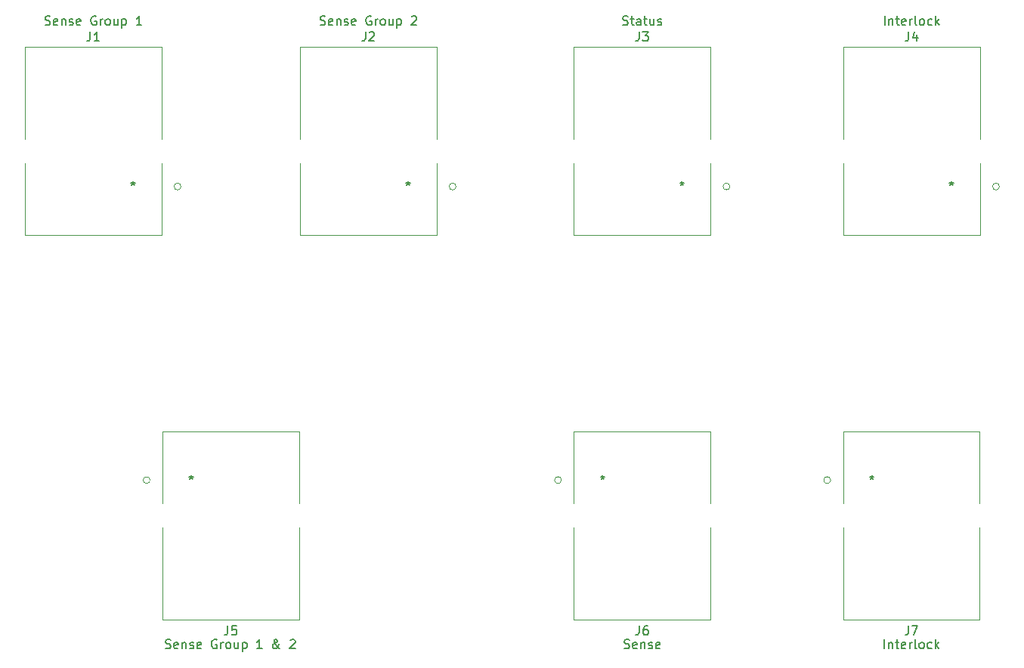
<source format=gto>
G04 #@! TF.GenerationSoftware,KiCad,Pcbnew,(5.99.0-9973-gfb99c55869)*
G04 #@! TF.CreationDate,2022-08-18T17:51:10-07:00*
G04 #@! TF.ProjectId,RB_v3_2,52425f76-335f-4322-9e6b-696361645f70,rev?*
G04 #@! TF.SameCoordinates,Original*
G04 #@! TF.FileFunction,Legend,Top*
G04 #@! TF.FilePolarity,Positive*
%FSLAX46Y46*%
G04 Gerber Fmt 4.6, Leading zero omitted, Abs format (unit mm)*
G04 Created by KiCad (PCBNEW (5.99.0-9973-gfb99c55869)) date 2022-08-18 17:51:10*
%MOMM*%
%LPD*%
G01*
G04 APERTURE LIST*
%ADD10C,0.150000*%
%ADD11C,0.120000*%
G04 APERTURE END LIST*
D10*
X128350516Y-85812380D02*
X128350516Y-86526666D01*
X128302897Y-86669523D01*
X128207659Y-86764761D01*
X128064802Y-86812380D01*
X127969564Y-86812380D01*
X128731469Y-85812380D02*
X129350516Y-85812380D01*
X129017183Y-86193333D01*
X129160040Y-86193333D01*
X129255278Y-86240952D01*
X129302897Y-86288571D01*
X129350516Y-86383809D01*
X129350516Y-86621904D01*
X129302897Y-86717142D01*
X129255278Y-86764761D01*
X129160040Y-86812380D01*
X128874326Y-86812380D01*
X128779088Y-86764761D01*
X128731469Y-86717142D01*
X126517183Y-84986761D02*
X126660040Y-85034380D01*
X126898135Y-85034380D01*
X126993373Y-84986761D01*
X127040992Y-84939142D01*
X127088611Y-84843904D01*
X127088611Y-84748666D01*
X127040992Y-84653428D01*
X126993373Y-84605809D01*
X126898135Y-84558190D01*
X126707659Y-84510571D01*
X126612421Y-84462952D01*
X126564802Y-84415333D01*
X126517183Y-84320095D01*
X126517183Y-84224857D01*
X126564802Y-84129619D01*
X126612421Y-84082000D01*
X126707659Y-84034380D01*
X126945754Y-84034380D01*
X127088611Y-84082000D01*
X127374326Y-84367714D02*
X127755278Y-84367714D01*
X127517183Y-84034380D02*
X127517183Y-84891523D01*
X127564802Y-84986761D01*
X127660040Y-85034380D01*
X127755278Y-85034380D01*
X128517183Y-85034380D02*
X128517183Y-84510571D01*
X128469564Y-84415333D01*
X128374326Y-84367714D01*
X128183850Y-84367714D01*
X128088611Y-84415333D01*
X128517183Y-84986761D02*
X128421945Y-85034380D01*
X128183850Y-85034380D01*
X128088611Y-84986761D01*
X128040992Y-84891523D01*
X128040992Y-84796285D01*
X128088611Y-84701047D01*
X128183850Y-84653428D01*
X128421945Y-84653428D01*
X128517183Y-84605809D01*
X128850516Y-84367714D02*
X129231469Y-84367714D01*
X128993373Y-84034380D02*
X128993373Y-84891523D01*
X129040992Y-84986761D01*
X129136230Y-85034380D01*
X129231469Y-85034380D01*
X129993373Y-84367714D02*
X129993373Y-85034380D01*
X129564802Y-84367714D02*
X129564802Y-84891523D01*
X129612421Y-84986761D01*
X129707659Y-85034380D01*
X129850516Y-85034380D01*
X129945754Y-84986761D01*
X129993373Y-84939142D01*
X130421945Y-84986761D02*
X130517183Y-85034380D01*
X130707659Y-85034380D01*
X130802897Y-84986761D01*
X130850516Y-84891523D01*
X130850516Y-84843904D01*
X130802897Y-84748666D01*
X130707659Y-84701047D01*
X130564802Y-84701047D01*
X130469564Y-84653428D01*
X130421945Y-84558190D01*
X130421945Y-84510571D01*
X130469564Y-84415333D01*
X130564802Y-84367714D01*
X130707659Y-84367714D01*
X130802897Y-84415333D01*
X133128850Y-102576380D02*
X133128850Y-102814476D01*
X132890754Y-102719238D02*
X133128850Y-102814476D01*
X133366945Y-102719238D01*
X132985992Y-103004952D02*
X133128850Y-102814476D01*
X133271707Y-103004952D01*
X158510816Y-152360380D02*
X158510816Y-153074666D01*
X158463197Y-153217523D01*
X158367959Y-153312761D01*
X158225102Y-153360380D01*
X158129864Y-153360380D01*
X158891769Y-152360380D02*
X159558435Y-152360380D01*
X159129864Y-153360380D01*
X155820340Y-154884380D02*
X155820340Y-153884380D01*
X156296530Y-154217714D02*
X156296530Y-154884380D01*
X156296530Y-154312952D02*
X156344150Y-154265333D01*
X156439388Y-154217714D01*
X156582245Y-154217714D01*
X156677483Y-154265333D01*
X156725102Y-154360571D01*
X156725102Y-154884380D01*
X157058435Y-154217714D02*
X157439388Y-154217714D01*
X157201292Y-153884380D02*
X157201292Y-154741523D01*
X157248911Y-154836761D01*
X157344150Y-154884380D01*
X157439388Y-154884380D01*
X158153673Y-154836761D02*
X158058435Y-154884380D01*
X157867959Y-154884380D01*
X157772721Y-154836761D01*
X157725102Y-154741523D01*
X157725102Y-154360571D01*
X157772721Y-154265333D01*
X157867959Y-154217714D01*
X158058435Y-154217714D01*
X158153673Y-154265333D01*
X158201292Y-154360571D01*
X158201292Y-154455809D01*
X157725102Y-154551047D01*
X158629864Y-154884380D02*
X158629864Y-154217714D01*
X158629864Y-154408190D02*
X158677483Y-154312952D01*
X158725102Y-154265333D01*
X158820340Y-154217714D01*
X158915578Y-154217714D01*
X159391769Y-154884380D02*
X159296530Y-154836761D01*
X159248911Y-154741523D01*
X159248911Y-153884380D01*
X159915578Y-154884380D02*
X159820340Y-154836761D01*
X159772721Y-154789142D01*
X159725102Y-154693904D01*
X159725102Y-154408190D01*
X159772721Y-154312952D01*
X159820340Y-154265333D01*
X159915578Y-154217714D01*
X160058435Y-154217714D01*
X160153673Y-154265333D01*
X160201292Y-154312952D01*
X160248911Y-154408190D01*
X160248911Y-154693904D01*
X160201292Y-154789142D01*
X160153673Y-154836761D01*
X160058435Y-154884380D01*
X159915578Y-154884380D01*
X161106054Y-154836761D02*
X161010816Y-154884380D01*
X160820340Y-154884380D01*
X160725102Y-154836761D01*
X160677483Y-154789142D01*
X160629864Y-154693904D01*
X160629864Y-154408190D01*
X160677483Y-154312952D01*
X160725102Y-154265333D01*
X160820340Y-154217714D01*
X161010816Y-154217714D01*
X161106054Y-154265333D01*
X161534626Y-154884380D02*
X161534626Y-153884380D01*
X161629864Y-154503428D02*
X161915578Y-154884380D01*
X161915578Y-154217714D02*
X161534626Y-154598666D01*
X154399150Y-135476380D02*
X154399150Y-135714476D01*
X154161054Y-135619238D02*
X154399150Y-135714476D01*
X154637245Y-135619238D01*
X154256292Y-135904952D02*
X154399150Y-135714476D01*
X154542007Y-135904952D01*
X82257666Y-152360380D02*
X82257666Y-153074666D01*
X82210047Y-153217523D01*
X82114809Y-153312761D01*
X81971952Y-153360380D01*
X81876714Y-153360380D01*
X83210047Y-152360380D02*
X82733857Y-152360380D01*
X82686238Y-152836571D01*
X82733857Y-152788952D01*
X82829095Y-152741333D01*
X83067190Y-152741333D01*
X83162428Y-152788952D01*
X83210047Y-152836571D01*
X83257666Y-152931809D01*
X83257666Y-153169904D01*
X83210047Y-153265142D01*
X83162428Y-153312761D01*
X83067190Y-153360380D01*
X82829095Y-153360380D01*
X82733857Y-153312761D01*
X82686238Y-153265142D01*
X75288095Y-154836761D02*
X75430952Y-154884380D01*
X75669047Y-154884380D01*
X75764285Y-154836761D01*
X75811904Y-154789142D01*
X75859523Y-154693904D01*
X75859523Y-154598666D01*
X75811904Y-154503428D01*
X75764285Y-154455809D01*
X75669047Y-154408190D01*
X75478571Y-154360571D01*
X75383333Y-154312952D01*
X75335714Y-154265333D01*
X75288095Y-154170095D01*
X75288095Y-154074857D01*
X75335714Y-153979619D01*
X75383333Y-153932000D01*
X75478571Y-153884380D01*
X75716666Y-153884380D01*
X75859523Y-153932000D01*
X76669047Y-154836761D02*
X76573809Y-154884380D01*
X76383333Y-154884380D01*
X76288095Y-154836761D01*
X76240476Y-154741523D01*
X76240476Y-154360571D01*
X76288095Y-154265333D01*
X76383333Y-154217714D01*
X76573809Y-154217714D01*
X76669047Y-154265333D01*
X76716666Y-154360571D01*
X76716666Y-154455809D01*
X76240476Y-154551047D01*
X77145238Y-154217714D02*
X77145238Y-154884380D01*
X77145238Y-154312952D02*
X77192857Y-154265333D01*
X77288095Y-154217714D01*
X77430952Y-154217714D01*
X77526190Y-154265333D01*
X77573809Y-154360571D01*
X77573809Y-154884380D01*
X78002380Y-154836761D02*
X78097619Y-154884380D01*
X78288095Y-154884380D01*
X78383333Y-154836761D01*
X78430952Y-154741523D01*
X78430952Y-154693904D01*
X78383333Y-154598666D01*
X78288095Y-154551047D01*
X78145238Y-154551047D01*
X78050000Y-154503428D01*
X78002380Y-154408190D01*
X78002380Y-154360571D01*
X78050000Y-154265333D01*
X78145238Y-154217714D01*
X78288095Y-154217714D01*
X78383333Y-154265333D01*
X79240476Y-154836761D02*
X79145238Y-154884380D01*
X78954761Y-154884380D01*
X78859523Y-154836761D01*
X78811904Y-154741523D01*
X78811904Y-154360571D01*
X78859523Y-154265333D01*
X78954761Y-154217714D01*
X79145238Y-154217714D01*
X79240476Y-154265333D01*
X79288095Y-154360571D01*
X79288095Y-154455809D01*
X78811904Y-154551047D01*
X81002380Y-153932000D02*
X80907142Y-153884380D01*
X80764285Y-153884380D01*
X80621428Y-153932000D01*
X80526190Y-154027238D01*
X80478571Y-154122476D01*
X80430952Y-154312952D01*
X80430952Y-154455809D01*
X80478571Y-154646285D01*
X80526190Y-154741523D01*
X80621428Y-154836761D01*
X80764285Y-154884380D01*
X80859523Y-154884380D01*
X81002380Y-154836761D01*
X81050000Y-154789142D01*
X81050000Y-154455809D01*
X80859523Y-154455809D01*
X81478571Y-154884380D02*
X81478571Y-154217714D01*
X81478571Y-154408190D02*
X81526190Y-154312952D01*
X81573809Y-154265333D01*
X81669047Y-154217714D01*
X81764285Y-154217714D01*
X82240476Y-154884380D02*
X82145238Y-154836761D01*
X82097619Y-154789142D01*
X82050000Y-154693904D01*
X82050000Y-154408190D01*
X82097619Y-154312952D01*
X82145238Y-154265333D01*
X82240476Y-154217714D01*
X82383333Y-154217714D01*
X82478571Y-154265333D01*
X82526190Y-154312952D01*
X82573809Y-154408190D01*
X82573809Y-154693904D01*
X82526190Y-154789142D01*
X82478571Y-154836761D01*
X82383333Y-154884380D01*
X82240476Y-154884380D01*
X83430952Y-154217714D02*
X83430952Y-154884380D01*
X83002380Y-154217714D02*
X83002380Y-154741523D01*
X83050000Y-154836761D01*
X83145238Y-154884380D01*
X83288095Y-154884380D01*
X83383333Y-154836761D01*
X83430952Y-154789142D01*
X83907142Y-154217714D02*
X83907142Y-155217714D01*
X83907142Y-154265333D02*
X84002380Y-154217714D01*
X84192857Y-154217714D01*
X84288095Y-154265333D01*
X84335714Y-154312952D01*
X84383333Y-154408190D01*
X84383333Y-154693904D01*
X84335714Y-154789142D01*
X84288095Y-154836761D01*
X84192857Y-154884380D01*
X84002380Y-154884380D01*
X83907142Y-154836761D01*
X86097619Y-154884380D02*
X85526190Y-154884380D01*
X85811904Y-154884380D02*
X85811904Y-153884380D01*
X85716666Y-154027238D01*
X85621428Y-154122476D01*
X85526190Y-154170095D01*
X88097619Y-154884380D02*
X88050000Y-154884380D01*
X87954761Y-154836761D01*
X87811904Y-154693904D01*
X87573809Y-154408190D01*
X87478571Y-154265333D01*
X87430952Y-154122476D01*
X87430952Y-154027238D01*
X87478571Y-153932000D01*
X87573809Y-153884380D01*
X87621428Y-153884380D01*
X87716666Y-153932000D01*
X87764285Y-154027238D01*
X87764285Y-154074857D01*
X87716666Y-154170095D01*
X87669047Y-154217714D01*
X87383333Y-154408190D01*
X87335714Y-154455809D01*
X87288095Y-154551047D01*
X87288095Y-154693904D01*
X87335714Y-154789142D01*
X87383333Y-154836761D01*
X87478571Y-154884380D01*
X87621428Y-154884380D01*
X87716666Y-154836761D01*
X87764285Y-154789142D01*
X87907142Y-154598666D01*
X87954761Y-154455809D01*
X87954761Y-154360571D01*
X89240476Y-153979619D02*
X89288095Y-153932000D01*
X89383333Y-153884380D01*
X89621428Y-153884380D01*
X89716666Y-153932000D01*
X89764285Y-153979619D01*
X89811904Y-154074857D01*
X89811904Y-154170095D01*
X89764285Y-154312952D01*
X89192857Y-154884380D01*
X89811904Y-154884380D01*
X78146000Y-135476380D02*
X78146000Y-135714476D01*
X77907904Y-135619238D02*
X78146000Y-135714476D01*
X78384095Y-135619238D01*
X78003142Y-135904952D02*
X78146000Y-135714476D01*
X78288857Y-135904952D01*
X97669666Y-85812380D02*
X97669666Y-86526666D01*
X97622047Y-86669523D01*
X97526809Y-86764761D01*
X97383952Y-86812380D01*
X97288714Y-86812380D01*
X98098238Y-85907619D02*
X98145857Y-85860000D01*
X98241095Y-85812380D01*
X98479190Y-85812380D01*
X98574428Y-85860000D01*
X98622047Y-85907619D01*
X98669666Y-86002857D01*
X98669666Y-86098095D01*
X98622047Y-86240952D01*
X98050619Y-86812380D01*
X98669666Y-86812380D01*
X92598238Y-84986761D02*
X92741095Y-85034380D01*
X92979190Y-85034380D01*
X93074428Y-84986761D01*
X93122047Y-84939142D01*
X93169666Y-84843904D01*
X93169666Y-84748666D01*
X93122047Y-84653428D01*
X93074428Y-84605809D01*
X92979190Y-84558190D01*
X92788714Y-84510571D01*
X92693476Y-84462952D01*
X92645857Y-84415333D01*
X92598238Y-84320095D01*
X92598238Y-84224857D01*
X92645857Y-84129619D01*
X92693476Y-84082000D01*
X92788714Y-84034380D01*
X93026809Y-84034380D01*
X93169666Y-84082000D01*
X93979190Y-84986761D02*
X93883952Y-85034380D01*
X93693476Y-85034380D01*
X93598238Y-84986761D01*
X93550619Y-84891523D01*
X93550619Y-84510571D01*
X93598238Y-84415333D01*
X93693476Y-84367714D01*
X93883952Y-84367714D01*
X93979190Y-84415333D01*
X94026809Y-84510571D01*
X94026809Y-84605809D01*
X93550619Y-84701047D01*
X94455380Y-84367714D02*
X94455380Y-85034380D01*
X94455380Y-84462952D02*
X94503000Y-84415333D01*
X94598238Y-84367714D01*
X94741095Y-84367714D01*
X94836333Y-84415333D01*
X94883952Y-84510571D01*
X94883952Y-85034380D01*
X95312523Y-84986761D02*
X95407761Y-85034380D01*
X95598238Y-85034380D01*
X95693476Y-84986761D01*
X95741095Y-84891523D01*
X95741095Y-84843904D01*
X95693476Y-84748666D01*
X95598238Y-84701047D01*
X95455380Y-84701047D01*
X95360142Y-84653428D01*
X95312523Y-84558190D01*
X95312523Y-84510571D01*
X95360142Y-84415333D01*
X95455380Y-84367714D01*
X95598238Y-84367714D01*
X95693476Y-84415333D01*
X96550619Y-84986761D02*
X96455380Y-85034380D01*
X96264904Y-85034380D01*
X96169666Y-84986761D01*
X96122047Y-84891523D01*
X96122047Y-84510571D01*
X96169666Y-84415333D01*
X96264904Y-84367714D01*
X96455380Y-84367714D01*
X96550619Y-84415333D01*
X96598238Y-84510571D01*
X96598238Y-84605809D01*
X96122047Y-84701047D01*
X98312523Y-84082000D02*
X98217285Y-84034380D01*
X98074428Y-84034380D01*
X97931571Y-84082000D01*
X97836333Y-84177238D01*
X97788714Y-84272476D01*
X97741095Y-84462952D01*
X97741095Y-84605809D01*
X97788714Y-84796285D01*
X97836333Y-84891523D01*
X97931571Y-84986761D01*
X98074428Y-85034380D01*
X98169666Y-85034380D01*
X98312523Y-84986761D01*
X98360142Y-84939142D01*
X98360142Y-84605809D01*
X98169666Y-84605809D01*
X98788714Y-85034380D02*
X98788714Y-84367714D01*
X98788714Y-84558190D02*
X98836333Y-84462952D01*
X98883952Y-84415333D01*
X98979190Y-84367714D01*
X99074428Y-84367714D01*
X99550619Y-85034380D02*
X99455380Y-84986761D01*
X99407761Y-84939142D01*
X99360142Y-84843904D01*
X99360142Y-84558190D01*
X99407761Y-84462952D01*
X99455380Y-84415333D01*
X99550619Y-84367714D01*
X99693476Y-84367714D01*
X99788714Y-84415333D01*
X99836333Y-84462952D01*
X99883952Y-84558190D01*
X99883952Y-84843904D01*
X99836333Y-84939142D01*
X99788714Y-84986761D01*
X99693476Y-85034380D01*
X99550619Y-85034380D01*
X100741095Y-84367714D02*
X100741095Y-85034380D01*
X100312523Y-84367714D02*
X100312523Y-84891523D01*
X100360142Y-84986761D01*
X100455380Y-85034380D01*
X100598238Y-85034380D01*
X100693476Y-84986761D01*
X100741095Y-84939142D01*
X101217285Y-84367714D02*
X101217285Y-85367714D01*
X101217285Y-84415333D02*
X101312523Y-84367714D01*
X101503000Y-84367714D01*
X101598238Y-84415333D01*
X101645857Y-84462952D01*
X101693476Y-84558190D01*
X101693476Y-84843904D01*
X101645857Y-84939142D01*
X101598238Y-84986761D01*
X101503000Y-85034380D01*
X101312523Y-85034380D01*
X101217285Y-84986761D01*
X102836333Y-84129619D02*
X102883952Y-84082000D01*
X102979190Y-84034380D01*
X103217285Y-84034380D01*
X103312523Y-84082000D01*
X103360142Y-84129619D01*
X103407761Y-84224857D01*
X103407761Y-84320095D01*
X103360142Y-84462952D01*
X102788714Y-85034380D01*
X103407761Y-85034380D01*
X102448000Y-102576380D02*
X102448000Y-102814476D01*
X102209904Y-102719238D02*
X102448000Y-102814476D01*
X102686095Y-102719238D01*
X102305142Y-103004952D02*
X102448000Y-102814476D01*
X102590857Y-103004952D01*
X158543666Y-85812380D02*
X158543666Y-86526666D01*
X158496047Y-86669523D01*
X158400809Y-86764761D01*
X158257952Y-86812380D01*
X158162714Y-86812380D01*
X159448428Y-86145714D02*
X159448428Y-86812380D01*
X159210333Y-85764761D02*
X158972238Y-86479047D01*
X159591285Y-86479047D01*
X155853190Y-85034380D02*
X155853190Y-84034380D01*
X156329380Y-84367714D02*
X156329380Y-85034380D01*
X156329380Y-84462952D02*
X156377000Y-84415333D01*
X156472238Y-84367714D01*
X156615095Y-84367714D01*
X156710333Y-84415333D01*
X156757952Y-84510571D01*
X156757952Y-85034380D01*
X157091285Y-84367714D02*
X157472238Y-84367714D01*
X157234142Y-84034380D02*
X157234142Y-84891523D01*
X157281761Y-84986761D01*
X157377000Y-85034380D01*
X157472238Y-85034380D01*
X158186523Y-84986761D02*
X158091285Y-85034380D01*
X157900809Y-85034380D01*
X157805571Y-84986761D01*
X157757952Y-84891523D01*
X157757952Y-84510571D01*
X157805571Y-84415333D01*
X157900809Y-84367714D01*
X158091285Y-84367714D01*
X158186523Y-84415333D01*
X158234142Y-84510571D01*
X158234142Y-84605809D01*
X157757952Y-84701047D01*
X158662714Y-85034380D02*
X158662714Y-84367714D01*
X158662714Y-84558190D02*
X158710333Y-84462952D01*
X158757952Y-84415333D01*
X158853190Y-84367714D01*
X158948428Y-84367714D01*
X159424619Y-85034380D02*
X159329380Y-84986761D01*
X159281761Y-84891523D01*
X159281761Y-84034380D01*
X159948428Y-85034380D02*
X159853190Y-84986761D01*
X159805571Y-84939142D01*
X159757952Y-84843904D01*
X159757952Y-84558190D01*
X159805571Y-84462952D01*
X159853190Y-84415333D01*
X159948428Y-84367714D01*
X160091285Y-84367714D01*
X160186523Y-84415333D01*
X160234142Y-84462952D01*
X160281761Y-84558190D01*
X160281761Y-84843904D01*
X160234142Y-84939142D01*
X160186523Y-84986761D01*
X160091285Y-85034380D01*
X159948428Y-85034380D01*
X161138904Y-84986761D02*
X161043666Y-85034380D01*
X160853190Y-85034380D01*
X160757952Y-84986761D01*
X160710333Y-84939142D01*
X160662714Y-84843904D01*
X160662714Y-84558190D01*
X160710333Y-84462952D01*
X160757952Y-84415333D01*
X160853190Y-84367714D01*
X161043666Y-84367714D01*
X161138904Y-84415333D01*
X161567476Y-85034380D02*
X161567476Y-84034380D01*
X161662714Y-84653428D02*
X161948428Y-85034380D01*
X161948428Y-84367714D02*
X161567476Y-84748666D01*
X163322000Y-102576380D02*
X163322000Y-102814476D01*
X163083904Y-102719238D02*
X163322000Y-102814476D01*
X163560095Y-102719238D01*
X163179142Y-103004952D02*
X163322000Y-102814476D01*
X163464857Y-103004952D01*
X128350516Y-152360380D02*
X128350516Y-153074666D01*
X128302897Y-153217523D01*
X128207659Y-153312761D01*
X128064802Y-153360380D01*
X127969564Y-153360380D01*
X129255278Y-152360380D02*
X129064802Y-152360380D01*
X128969564Y-152408000D01*
X128921945Y-152455619D01*
X128826707Y-152598476D01*
X128779088Y-152788952D01*
X128779088Y-153169904D01*
X128826707Y-153265142D01*
X128874326Y-153312761D01*
X128969564Y-153360380D01*
X129160040Y-153360380D01*
X129255278Y-153312761D01*
X129302897Y-153265142D01*
X129350516Y-153169904D01*
X129350516Y-152931809D01*
X129302897Y-152836571D01*
X129255278Y-152788952D01*
X129160040Y-152741333D01*
X128969564Y-152741333D01*
X128874326Y-152788952D01*
X128826707Y-152836571D01*
X128779088Y-152931809D01*
X126683850Y-154836761D02*
X126826707Y-154884380D01*
X127064802Y-154884380D01*
X127160040Y-154836761D01*
X127207659Y-154789142D01*
X127255278Y-154693904D01*
X127255278Y-154598666D01*
X127207659Y-154503428D01*
X127160040Y-154455809D01*
X127064802Y-154408190D01*
X126874326Y-154360571D01*
X126779088Y-154312952D01*
X126731469Y-154265333D01*
X126683850Y-154170095D01*
X126683850Y-154074857D01*
X126731469Y-153979619D01*
X126779088Y-153932000D01*
X126874326Y-153884380D01*
X127112421Y-153884380D01*
X127255278Y-153932000D01*
X128064802Y-154836761D02*
X127969564Y-154884380D01*
X127779088Y-154884380D01*
X127683850Y-154836761D01*
X127636230Y-154741523D01*
X127636230Y-154360571D01*
X127683850Y-154265333D01*
X127779088Y-154217714D01*
X127969564Y-154217714D01*
X128064802Y-154265333D01*
X128112421Y-154360571D01*
X128112421Y-154455809D01*
X127636230Y-154551047D01*
X128540992Y-154217714D02*
X128540992Y-154884380D01*
X128540992Y-154312952D02*
X128588611Y-154265333D01*
X128683850Y-154217714D01*
X128826707Y-154217714D01*
X128921945Y-154265333D01*
X128969564Y-154360571D01*
X128969564Y-154884380D01*
X129398135Y-154836761D02*
X129493373Y-154884380D01*
X129683850Y-154884380D01*
X129779088Y-154836761D01*
X129826707Y-154741523D01*
X129826707Y-154693904D01*
X129779088Y-154598666D01*
X129683850Y-154551047D01*
X129540992Y-154551047D01*
X129445754Y-154503428D01*
X129398135Y-154408190D01*
X129398135Y-154360571D01*
X129445754Y-154265333D01*
X129540992Y-154217714D01*
X129683850Y-154217714D01*
X129779088Y-154265333D01*
X130636230Y-154836761D02*
X130540992Y-154884380D01*
X130350516Y-154884380D01*
X130255278Y-154836761D01*
X130207659Y-154741523D01*
X130207659Y-154360571D01*
X130255278Y-154265333D01*
X130350516Y-154217714D01*
X130540992Y-154217714D01*
X130636230Y-154265333D01*
X130683850Y-154360571D01*
X130683850Y-154455809D01*
X130207659Y-154551047D01*
X124238850Y-135476380D02*
X124238850Y-135714476D01*
X124000754Y-135619238D02*
X124238850Y-135714476D01*
X124476945Y-135619238D01*
X124095992Y-135904952D02*
X124238850Y-135714476D01*
X124381707Y-135904952D01*
X66849666Y-85812380D02*
X66849666Y-86526666D01*
X66802047Y-86669523D01*
X66706809Y-86764761D01*
X66563952Y-86812380D01*
X66468714Y-86812380D01*
X67849666Y-86812380D02*
X67278238Y-86812380D01*
X67563952Y-86812380D02*
X67563952Y-85812380D01*
X67468714Y-85955238D01*
X67373476Y-86050476D01*
X67278238Y-86098095D01*
X61778238Y-84986761D02*
X61921095Y-85034380D01*
X62159190Y-85034380D01*
X62254428Y-84986761D01*
X62302047Y-84939142D01*
X62349666Y-84843904D01*
X62349666Y-84748666D01*
X62302047Y-84653428D01*
X62254428Y-84605809D01*
X62159190Y-84558190D01*
X61968714Y-84510571D01*
X61873476Y-84462952D01*
X61825857Y-84415333D01*
X61778238Y-84320095D01*
X61778238Y-84224857D01*
X61825857Y-84129619D01*
X61873476Y-84082000D01*
X61968714Y-84034380D01*
X62206809Y-84034380D01*
X62349666Y-84082000D01*
X63159190Y-84986761D02*
X63063952Y-85034380D01*
X62873476Y-85034380D01*
X62778238Y-84986761D01*
X62730619Y-84891523D01*
X62730619Y-84510571D01*
X62778238Y-84415333D01*
X62873476Y-84367714D01*
X63063952Y-84367714D01*
X63159190Y-84415333D01*
X63206809Y-84510571D01*
X63206809Y-84605809D01*
X62730619Y-84701047D01*
X63635380Y-84367714D02*
X63635380Y-85034380D01*
X63635380Y-84462952D02*
X63683000Y-84415333D01*
X63778238Y-84367714D01*
X63921095Y-84367714D01*
X64016333Y-84415333D01*
X64063952Y-84510571D01*
X64063952Y-85034380D01*
X64492523Y-84986761D02*
X64587761Y-85034380D01*
X64778238Y-85034380D01*
X64873476Y-84986761D01*
X64921095Y-84891523D01*
X64921095Y-84843904D01*
X64873476Y-84748666D01*
X64778238Y-84701047D01*
X64635380Y-84701047D01*
X64540142Y-84653428D01*
X64492523Y-84558190D01*
X64492523Y-84510571D01*
X64540142Y-84415333D01*
X64635380Y-84367714D01*
X64778238Y-84367714D01*
X64873476Y-84415333D01*
X65730619Y-84986761D02*
X65635380Y-85034380D01*
X65444904Y-85034380D01*
X65349666Y-84986761D01*
X65302047Y-84891523D01*
X65302047Y-84510571D01*
X65349666Y-84415333D01*
X65444904Y-84367714D01*
X65635380Y-84367714D01*
X65730619Y-84415333D01*
X65778238Y-84510571D01*
X65778238Y-84605809D01*
X65302047Y-84701047D01*
X67492523Y-84082000D02*
X67397285Y-84034380D01*
X67254428Y-84034380D01*
X67111571Y-84082000D01*
X67016333Y-84177238D01*
X66968714Y-84272476D01*
X66921095Y-84462952D01*
X66921095Y-84605809D01*
X66968714Y-84796285D01*
X67016333Y-84891523D01*
X67111571Y-84986761D01*
X67254428Y-85034380D01*
X67349666Y-85034380D01*
X67492523Y-84986761D01*
X67540142Y-84939142D01*
X67540142Y-84605809D01*
X67349666Y-84605809D01*
X67968714Y-85034380D02*
X67968714Y-84367714D01*
X67968714Y-84558190D02*
X68016333Y-84462952D01*
X68063952Y-84415333D01*
X68159190Y-84367714D01*
X68254428Y-84367714D01*
X68730619Y-85034380D02*
X68635380Y-84986761D01*
X68587761Y-84939142D01*
X68540142Y-84843904D01*
X68540142Y-84558190D01*
X68587761Y-84462952D01*
X68635380Y-84415333D01*
X68730619Y-84367714D01*
X68873476Y-84367714D01*
X68968714Y-84415333D01*
X69016333Y-84462952D01*
X69063952Y-84558190D01*
X69063952Y-84843904D01*
X69016333Y-84939142D01*
X68968714Y-84986761D01*
X68873476Y-85034380D01*
X68730619Y-85034380D01*
X69921095Y-84367714D02*
X69921095Y-85034380D01*
X69492523Y-84367714D02*
X69492523Y-84891523D01*
X69540142Y-84986761D01*
X69635380Y-85034380D01*
X69778238Y-85034380D01*
X69873476Y-84986761D01*
X69921095Y-84939142D01*
X70397285Y-84367714D02*
X70397285Y-85367714D01*
X70397285Y-84415333D02*
X70492523Y-84367714D01*
X70683000Y-84367714D01*
X70778238Y-84415333D01*
X70825857Y-84462952D01*
X70873476Y-84558190D01*
X70873476Y-84843904D01*
X70825857Y-84939142D01*
X70778238Y-84986761D01*
X70683000Y-85034380D01*
X70492523Y-85034380D01*
X70397285Y-84986761D01*
X72587761Y-85034380D02*
X72016333Y-85034380D01*
X72302047Y-85034380D02*
X72302047Y-84034380D01*
X72206809Y-84177238D01*
X72111571Y-84272476D01*
X72016333Y-84320095D01*
X71628000Y-102576380D02*
X71628000Y-102814476D01*
X71389904Y-102719238D02*
X71628000Y-102814476D01*
X71866095Y-102719238D01*
X71485142Y-103004952D02*
X71628000Y-102814476D01*
X71770857Y-103004952D01*
D11*
X136341950Y-97827279D02*
X136341950Y-87519799D01*
X121025750Y-108551000D02*
X136341950Y-108551000D01*
X121025750Y-87519799D02*
X121025750Y-97827279D01*
X136341950Y-108551000D02*
X136341950Y-100540722D01*
X136341950Y-87519799D02*
X121025750Y-87519799D01*
X121025750Y-100540722D02*
X121025750Y-108551000D01*
X138500950Y-103124000D02*
G75*
G03*
X138500950Y-103124000I-381000J0D01*
G01*
X166502250Y-151628201D02*
X166502250Y-141320721D01*
X151186050Y-130597000D02*
X151186050Y-138607278D01*
X166502250Y-130597000D02*
X151186050Y-130597000D01*
X166502250Y-138607278D02*
X166502250Y-130597000D01*
X151186050Y-141320721D02*
X151186050Y-151628201D01*
X151186050Y-151628201D02*
X166502250Y-151628201D01*
X149789050Y-136024000D02*
G75*
G03*
X149789050Y-136024000I-381000J0D01*
G01*
X90249100Y-138607278D02*
X90249100Y-130597000D01*
X90249100Y-151628201D02*
X90249100Y-141320721D01*
X74932900Y-151628201D02*
X90249100Y-151628201D01*
X74932900Y-141320721D02*
X74932900Y-151628201D01*
X74932900Y-130597000D02*
X74932900Y-138607278D01*
X90249100Y-130597000D02*
X74932900Y-130597000D01*
X73535900Y-136024000D02*
G75*
G03*
X73535900Y-136024000I-381000J0D01*
G01*
X90344900Y-108551000D02*
X105661100Y-108551000D01*
X105661100Y-97827279D02*
X105661100Y-87519799D01*
X105661100Y-108551000D02*
X105661100Y-100540722D01*
X90344900Y-87519799D02*
X90344900Y-97827279D01*
X90344900Y-100540722D02*
X90344900Y-108551000D01*
X105661100Y-87519799D02*
X90344900Y-87519799D01*
X107820100Y-103124000D02*
G75*
G03*
X107820100Y-103124000I-381000J0D01*
G01*
X166535100Y-87519799D02*
X151218900Y-87519799D01*
X166535100Y-108551000D02*
X166535100Y-100540722D01*
X151218900Y-87519799D02*
X151218900Y-97827279D01*
X166535100Y-97827279D02*
X166535100Y-87519799D01*
X151218900Y-100540722D02*
X151218900Y-108551000D01*
X151218900Y-108551000D02*
X166535100Y-108551000D01*
X168694100Y-103124000D02*
G75*
G03*
X168694100Y-103124000I-381000J0D01*
G01*
X121025750Y-130597000D02*
X121025750Y-138607278D01*
X136341950Y-151628201D02*
X136341950Y-141320721D01*
X136341950Y-130597000D02*
X121025750Y-130597000D01*
X121025750Y-151628201D02*
X136341950Y-151628201D01*
X136341950Y-138607278D02*
X136341950Y-130597000D01*
X121025750Y-141320721D02*
X121025750Y-151628201D01*
X119628750Y-136024000D02*
G75*
G03*
X119628750Y-136024000I-381000J0D01*
G01*
X59524900Y-100540722D02*
X59524900Y-108551000D01*
X59524900Y-108551000D02*
X74841100Y-108551000D01*
X74841100Y-108551000D02*
X74841100Y-100540722D01*
X74841100Y-97827279D02*
X74841100Y-87519799D01*
X59524900Y-87519799D02*
X59524900Y-97827279D01*
X74841100Y-87519799D02*
X59524900Y-87519799D01*
X77000100Y-103124000D02*
G75*
G03*
X77000100Y-103124000I-381000J0D01*
G01*
M02*

</source>
